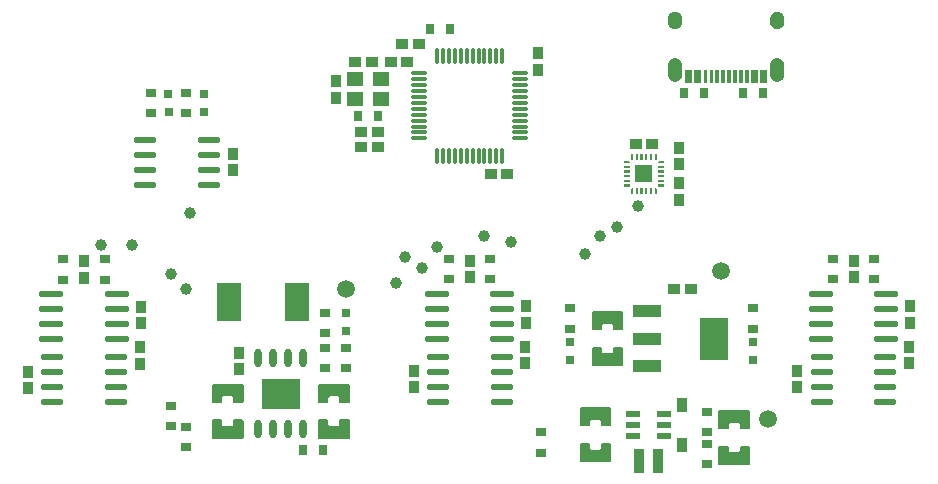
<source format=gbr>
%TF.GenerationSoftware,Altium Limited,Altium Designer,24.0.1 (36)*%
G04 Layer_Color=8421504*
%FSLAX45Y45*%
%MOMM*%
%TF.SameCoordinates,1D19F893-C717-4D0B-B0CE-957F46A24576*%
%TF.FilePolarity,Positive*%
%TF.FileFunction,Paste,Top*%
%TF.Part,Single*%
G01*
G75*
%TA.AperFunction,SMDPad,CuDef*%
%ADD10C,1.00000*%
%ADD11R,0.95000X1.10000*%
%ADD12R,1.10000X0.95000*%
%ADD13R,0.90000X0.70000*%
%ADD16O,2.04500X0.58801*%
%ADD17O,1.95021X0.56840*%
%ADD19R,0.80000X0.80000*%
%ADD31R,0.70000X0.90000*%
%ADD32O,1.50000X0.27000*%
%ADD33O,0.27000X1.50000*%
%ADD34R,1.40000X1.20000*%
%ADD35R,1.20000X0.60000*%
%ADD36R,0.85001X2.00000*%
%ADD37R,0.95001X1.20000*%
%ADD38R,2.47000X0.98001*%
%ADD39R,2.47000X3.59999*%
%ADD40C,1.50000*%
%ADD41O,0.60000X1.60000*%
%ADD42R,3.19999X2.50000*%
%ADD43R,2.15001X3.32001*%
G36*
X1858188Y998751D02*
X1861165Y998454D01*
X1864124Y998007D01*
X1867055Y997415D01*
X1869956Y996676D01*
X1872814Y995794D01*
X1875625Y994771D01*
X1878381Y993610D01*
X1881079Y992312D01*
X1883705Y990879D01*
X1886258Y989320D01*
X1888729Y987636D01*
X1891114Y985827D01*
X1893405Y983905D01*
X1895600Y981870D01*
X1897688Y979729D01*
X1899669Y977486D01*
X1901533Y975147D01*
X1903278Y972718D01*
X1904901Y970204D01*
X1906398Y967613D01*
X1907764Y964951D01*
X1908993Y962226D01*
X1910086Y959439D01*
X1911041Y956605D01*
X1911851Y953724D01*
X1912516Y950808D01*
X1913035Y947862D01*
X1913408Y944893D01*
X1913631Y941908D01*
X1913705Y938919D01*
Y908919D01*
X1913631Y905929D01*
X1913408Y902945D01*
X1913035Y899975D01*
X1912516Y897029D01*
X1911851Y894113D01*
X1911041Y891233D01*
X1910086Y888398D01*
X1908993Y885612D01*
X1907764Y882886D01*
X1906398Y880224D01*
X1904901Y877633D01*
X1903278Y875119D01*
X1901533Y872691D01*
X1899669Y870351D01*
X1897688Y868108D01*
X1895600Y865967D01*
X1893405Y863933D01*
X1891114Y862010D01*
X1888729Y860201D01*
X1886258Y858517D01*
X1883705Y856958D01*
X1881079Y855525D01*
X1878381Y854227D01*
X1875625Y853067D01*
X1872814Y852043D01*
X1869956Y851162D01*
X1867055Y850422D01*
X1864124Y849831D01*
X1861165Y849384D01*
X1858188Y849086D01*
X1855201Y848937D01*
X1852209D01*
X1849222Y849086D01*
X1846245Y849384D01*
X1843286Y849831D01*
X1840355Y850422D01*
X1837454Y851162D01*
X1834597Y852043D01*
X1831785Y853067D01*
X1829029Y854227D01*
X1826332Y855525D01*
X1823705Y856958D01*
X1821153Y858517D01*
X1818681Y860201D01*
X1816296Y862010D01*
X1814005Y863933D01*
X1811810Y865967D01*
X1809723Y868108D01*
X1807741Y870351D01*
X1805877Y872691D01*
X1804132Y875119D01*
X1802509Y877633D01*
X1801013Y880224D01*
X1799646Y882886D01*
X1798417Y885612D01*
X1797325Y888398D01*
X1796370Y891233D01*
X1795560Y894113D01*
X1794894Y897029D01*
X1794376Y899975D01*
X1794003Y902945D01*
X1793779Y905929D01*
X1793705Y908919D01*
Y938919D01*
X1793779Y941908D01*
X1794003Y944893D01*
X1794376Y947862D01*
X1794894Y950808D01*
X1795560Y953724D01*
X1796370Y956605D01*
X1797325Y959439D01*
X1798417Y962226D01*
X1799646Y964951D01*
X1801013Y967613D01*
X1802509Y970204D01*
X1804132Y972718D01*
X1805877Y975147D01*
X1807741Y977486D01*
X1809723Y979729D01*
X1811810Y981870D01*
X1814005Y983905D01*
X1816296Y985827D01*
X1818681Y987636D01*
X1821153Y989320D01*
X1823705Y990879D01*
X1826332Y992312D01*
X1829029Y993610D01*
X1831785Y994771D01*
X1834597Y995794D01*
X1837454Y996676D01*
X1840355Y997415D01*
X1843286Y998007D01*
X1846245Y998454D01*
X1849222Y998751D01*
X1852209Y998901D01*
X1855201D01*
X1858188Y998751D01*
D02*
G37*
G36*
X993191D02*
X996168Y998454D01*
X999127Y998007D01*
X1002058Y997415D01*
X1004959Y996676D01*
X1007817Y995794D01*
X1010628Y994771D01*
X1013384Y993610D01*
X1016082Y992312D01*
X1018708Y990879D01*
X1021261Y989320D01*
X1023732Y987636D01*
X1026117Y985827D01*
X1028408Y983905D01*
X1030603Y981870D01*
X1032691Y979729D01*
X1034672Y977486D01*
X1036536Y975147D01*
X1038281Y972718D01*
X1039904Y970204D01*
X1041401Y967613D01*
X1042767Y964951D01*
X1043996Y962226D01*
X1045089Y959439D01*
X1046044Y956605D01*
X1046854Y953724D01*
X1047519Y950808D01*
X1048038Y947862D01*
X1048411Y944893D01*
X1048634Y941908D01*
X1048708Y938919D01*
Y908919D01*
X1048634Y905929D01*
X1048411Y902945D01*
X1048038Y899975D01*
X1047519Y897029D01*
X1046854Y894113D01*
X1046044Y891233D01*
X1045089Y888398D01*
X1043996Y885612D01*
X1042767Y882886D01*
X1041401Y880224D01*
X1039904Y877633D01*
X1038281Y875119D01*
X1036536Y872691D01*
X1034672Y870351D01*
X1032691Y868108D01*
X1030603Y865967D01*
X1028408Y863933D01*
X1026117Y862010D01*
X1023732Y860201D01*
X1021261Y858517D01*
X1018708Y856958D01*
X1016082Y855525D01*
X1013384Y854227D01*
X1010628Y853067D01*
X1007817Y852043D01*
X1004959Y851162D01*
X1002058Y850422D01*
X999127Y849831D01*
X996168Y849384D01*
X993191Y849086D01*
X990204Y848937D01*
X987212D01*
X984225Y849086D01*
X981248Y849384D01*
X978289Y849831D01*
X975358Y850422D01*
X972457Y851162D01*
X969600Y852043D01*
X966788Y853067D01*
X964032Y854227D01*
X961335Y855525D01*
X958708Y856958D01*
X956156Y858517D01*
X953684Y860201D01*
X951299Y862010D01*
X949008Y863933D01*
X946813Y865967D01*
X944726Y868108D01*
X942744Y870351D01*
X940880Y872691D01*
X939135Y875119D01*
X937512Y877633D01*
X936016Y880224D01*
X934649Y882886D01*
X933420Y885612D01*
X932328Y888398D01*
X931373Y891233D01*
X930563Y894113D01*
X929897Y897029D01*
X929379Y899975D01*
X929006Y902945D01*
X928782Y905929D01*
X928708Y908919D01*
Y938919D01*
X928782Y941908D01*
X929006Y944893D01*
X929379Y947862D01*
X929897Y950808D01*
X930563Y953724D01*
X931373Y956605D01*
X932328Y959439D01*
X933420Y962226D01*
X934649Y964951D01*
X936016Y967613D01*
X937512Y970204D01*
X939135Y972718D01*
X940880Y975147D01*
X942744Y977486D01*
X944726Y979729D01*
X946813Y981870D01*
X949008Y983905D01*
X951299Y985827D01*
X953684Y987636D01*
X956156Y989320D01*
X958708Y990879D01*
X961335Y992312D01*
X964032Y993610D01*
X966788Y994771D01*
X969600Y995794D01*
X972457Y996676D01*
X975358Y997415D01*
X978289Y998007D01*
X981248Y998454D01*
X984225Y998751D01*
X987212Y998901D01*
X990204D01*
X993191Y998751D01*
D02*
G37*
G36*
X1858188Y603735D02*
X1861165Y603438D01*
X1864124Y602991D01*
X1867055Y602399D01*
X1869956Y601660D01*
X1872814Y600779D01*
X1875625Y599755D01*
X1878381Y598594D01*
X1881079Y597296D01*
X1883705Y595864D01*
X1886258Y594304D01*
X1888729Y592620D01*
X1891114Y590812D01*
X1893405Y588889D01*
X1895600Y586854D01*
X1897688Y584713D01*
X1899669Y582470D01*
X1901533Y580131D01*
X1903278Y577703D01*
X1904901Y575188D01*
X1906398Y572597D01*
X1907764Y569935D01*
X1908993Y567210D01*
X1910086Y564424D01*
X1911041Y561589D01*
X1911851Y558709D01*
X1912516Y555793D01*
X1913035Y552846D01*
X1913408Y549877D01*
X1913631Y546892D01*
X1913705Y543903D01*
Y463903D01*
X1913631Y460913D01*
X1913408Y457929D01*
X1913035Y454960D01*
X1912516Y452013D01*
X1911851Y449097D01*
X1911041Y446217D01*
X1910086Y443382D01*
X1908993Y440596D01*
X1907764Y437871D01*
X1906398Y435209D01*
X1904901Y432618D01*
X1903278Y430103D01*
X1901533Y427675D01*
X1899669Y425336D01*
X1897688Y423093D01*
X1895600Y420952D01*
X1893405Y418917D01*
X1891114Y416994D01*
X1888729Y415186D01*
X1886258Y413502D01*
X1883705Y411942D01*
X1881079Y410510D01*
X1878381Y409212D01*
X1875625Y408051D01*
X1872814Y407027D01*
X1869956Y406146D01*
X1867055Y405407D01*
X1864124Y404815D01*
X1861165Y404368D01*
X1858188Y404071D01*
X1855201Y403921D01*
X1852209D01*
X1849222Y404071D01*
X1846245Y404368D01*
X1843286Y404815D01*
X1840355Y405407D01*
X1837454Y406146D01*
X1834597Y407027D01*
X1831785Y408051D01*
X1829029Y409212D01*
X1826332Y410510D01*
X1823705Y411942D01*
X1821153Y413502D01*
X1818681Y415186D01*
X1816296Y416994D01*
X1814005Y418917D01*
X1811810Y420952D01*
X1809723Y423093D01*
X1807741Y425336D01*
X1805877Y427675D01*
X1804132Y430103D01*
X1802509Y432618D01*
X1801013Y435209D01*
X1799646Y437871D01*
X1798417Y440596D01*
X1797325Y443382D01*
X1796370Y446217D01*
X1795560Y449097D01*
X1794894Y452013D01*
X1794376Y454960D01*
X1794003Y457929D01*
X1793779Y460913D01*
X1793705Y463903D01*
Y543903D01*
X1793779Y546892D01*
X1794003Y549877D01*
X1794376Y552846D01*
X1794894Y555793D01*
X1795560Y558709D01*
X1796370Y561589D01*
X1797325Y564424D01*
X1798417Y567210D01*
X1799646Y569935D01*
X1801013Y572597D01*
X1802509Y575188D01*
X1804132Y577703D01*
X1805877Y580131D01*
X1807741Y582470D01*
X1809723Y584713D01*
X1811810Y586854D01*
X1814005Y588889D01*
X1816296Y590812D01*
X1818681Y592620D01*
X1821153Y594304D01*
X1823705Y595864D01*
X1826332Y597296D01*
X1829029Y598594D01*
X1831785Y599755D01*
X1834597Y600779D01*
X1837454Y601660D01*
X1840355Y602399D01*
X1843286Y602991D01*
X1846245Y603438D01*
X1849222Y603735D01*
X1852209Y603885D01*
X1855201D01*
X1858188Y603735D01*
D02*
G37*
G36*
X993191D02*
X996168Y603438D01*
X999127Y602991D01*
X1002058Y602399D01*
X1004959Y601660D01*
X1007817Y600779D01*
X1010628Y599755D01*
X1013384Y598594D01*
X1016082Y597296D01*
X1018708Y595864D01*
X1021261Y594304D01*
X1023732Y592620D01*
X1026117Y590812D01*
X1028408Y588889D01*
X1030603Y586854D01*
X1032691Y584713D01*
X1034672Y582470D01*
X1036536Y580131D01*
X1038281Y577703D01*
X1039904Y575188D01*
X1041401Y572597D01*
X1042767Y569935D01*
X1043996Y567210D01*
X1045089Y564424D01*
X1046044Y561589D01*
X1046854Y558709D01*
X1047519Y555793D01*
X1048038Y552846D01*
X1048411Y549877D01*
X1048634Y546892D01*
X1048708Y543903D01*
Y463903D01*
X1048634Y460913D01*
X1048411Y457929D01*
X1048038Y454960D01*
X1047519Y452013D01*
X1046854Y449097D01*
X1046044Y446217D01*
X1045089Y443382D01*
X1043996Y440596D01*
X1042767Y437871D01*
X1041401Y435209D01*
X1039904Y432618D01*
X1038281Y430103D01*
X1036536Y427675D01*
X1034672Y425336D01*
X1032691Y423093D01*
X1030603Y420952D01*
X1028408Y418917D01*
X1026117Y416994D01*
X1023732Y415186D01*
X1021261Y413502D01*
X1018708Y411942D01*
X1016082Y410510D01*
X1013384Y409212D01*
X1010628Y408051D01*
X1007817Y407027D01*
X1004959Y406146D01*
X1002058Y405407D01*
X999127Y404815D01*
X996168Y404368D01*
X993191Y404071D01*
X990204Y403921D01*
X987212D01*
X984225Y404071D01*
X981248Y404368D01*
X978289Y404815D01*
X975358Y405407D01*
X972457Y406146D01*
X969600Y407027D01*
X966788Y408051D01*
X964032Y409212D01*
X961335Y410510D01*
X958708Y411942D01*
X956156Y413502D01*
X953684Y415186D01*
X951299Y416994D01*
X949008Y418917D01*
X946813Y420952D01*
X944726Y423093D01*
X942744Y425336D01*
X940880Y427675D01*
X939135Y430103D01*
X937512Y432618D01*
X936016Y435209D01*
X934649Y437871D01*
X933420Y440596D01*
X932328Y443382D01*
X931373Y446217D01*
X930563Y449097D01*
X929897Y452013D01*
X929379Y454960D01*
X929006Y457929D01*
X928782Y460913D01*
X928708Y463903D01*
Y543903D01*
X928782Y546892D01*
X929006Y549877D01*
X929379Y552846D01*
X929897Y555793D01*
X930563Y558709D01*
X931373Y561589D01*
X932328Y564424D01*
X933420Y567210D01*
X934649Y569935D01*
X936016Y572597D01*
X937512Y575188D01*
X939135Y577703D01*
X940880Y580131D01*
X942744Y582470D01*
X944726Y584713D01*
X946813Y586854D01*
X949008Y588889D01*
X951299Y590812D01*
X953684Y592620D01*
X956156Y594304D01*
X958708Y595864D01*
X961335Y597296D01*
X964032Y598594D01*
X966788Y599755D01*
X969600Y600779D01*
X972457Y601660D01*
X975358Y602399D01*
X978289Y602991D01*
X981248Y603438D01*
X984225Y603735D01*
X987212Y603885D01*
X990204D01*
X993191Y603735D01*
D02*
G37*
G36*
X1771209Y393911D02*
X1711209D01*
Y503911D01*
X1771209D01*
Y393911D01*
D02*
G37*
G36*
X1691199D02*
X1631199D01*
Y503911D01*
X1691199D01*
Y393911D01*
D02*
G37*
G36*
X1611201D02*
X1581199D01*
Y503911D01*
X1611201D01*
Y393911D01*
D02*
G37*
G36*
X1561189D02*
X1531186D01*
Y503911D01*
X1561189D01*
Y393911D01*
D02*
G37*
G36*
X1511201D02*
X1481199D01*
Y503911D01*
X1511201D01*
Y393911D01*
D02*
G37*
G36*
X1461214D02*
X1431212D01*
Y503911D01*
X1461214D01*
Y393911D01*
D02*
G37*
G36*
X1411202D02*
X1381199D01*
Y503911D01*
X1411202D01*
Y393911D01*
D02*
G37*
G36*
X1361214D02*
X1331212D01*
Y503911D01*
X1361214D01*
Y393911D01*
D02*
G37*
G36*
X1311202D02*
X1281199D01*
Y503911D01*
X1311202D01*
Y393911D01*
D02*
G37*
G36*
X1261189D02*
X1231187D01*
Y503911D01*
X1261189D01*
Y393911D01*
D02*
G37*
G36*
X1211189D02*
X1151189D01*
Y503911D01*
X1211189D01*
Y393911D01*
D02*
G37*
G36*
X1131205D02*
X1071205D01*
Y503911D01*
X1131205D01*
Y393911D01*
D02*
G37*
G36*
X794995Y-257502D02*
X774995D01*
Y-207002D01*
X794995D01*
Y-257502D01*
D02*
G37*
G36*
X754990D02*
X734990D01*
Y-207002D01*
X754990D01*
Y-257502D01*
D02*
G37*
G36*
X715010D02*
X695010D01*
Y-207002D01*
X715010D01*
Y-257502D01*
D02*
G37*
G36*
X675005D02*
X655005D01*
Y-207002D01*
X675005D01*
Y-257502D01*
D02*
G37*
G36*
X635000D02*
X625000Y-257553D01*
X615000Y-247553D01*
Y-207002D01*
X635000D01*
Y-257502D01*
D02*
G37*
G36*
X835005Y-247558D02*
X825005Y-257563D01*
X815005Y-257510D01*
Y-207007D01*
X835005D01*
Y-247558D01*
D02*
G37*
G36*
X607553Y-275000D02*
X607502Y-285000D01*
X557002D01*
Y-265000D01*
X597553D01*
X607553Y-275000D01*
D02*
G37*
G36*
X892995Y-285005D02*
X842495D01*
X842442Y-275010D01*
X852444Y-265013D01*
X892995D01*
Y-285005D01*
D02*
G37*
G36*
X892998Y-325005D02*
X842498D01*
Y-305005D01*
X892998D01*
Y-325005D01*
D02*
G37*
G36*
X607502D02*
X557002D01*
Y-305005D01*
X607502D01*
Y-325005D01*
D02*
G37*
G36*
X892998Y-365010D02*
X842498D01*
Y-345010D01*
X892998D01*
Y-365010D01*
D02*
G37*
G36*
X607502D02*
X557002D01*
Y-345010D01*
X607502D01*
Y-365010D01*
D02*
G37*
G36*
X892998Y-404990D02*
X842498D01*
Y-384990D01*
X892998D01*
Y-404990D01*
D02*
G37*
G36*
X607502D02*
X557002D01*
Y-384990D01*
X607502D01*
Y-404990D01*
D02*
G37*
G36*
X892998Y-444995D02*
X842498D01*
Y-424995D01*
X892998D01*
Y-444995D01*
D02*
G37*
G36*
X607502D02*
X557002D01*
Y-424995D01*
X607502D01*
Y-444995D01*
D02*
G37*
G36*
X797009Y-447006D02*
X653009D01*
Y-303001D01*
X797009D01*
Y-447006D01*
D02*
G37*
G36*
X607553Y-475007D02*
X597553Y-485000D01*
X557002D01*
Y-465007D01*
X607502D01*
X607553Y-475007D01*
D02*
G37*
G36*
X893003Y-485007D02*
X852452D01*
X842455Y-475007D01*
X842503Y-465010D01*
X893003D01*
Y-485007D01*
D02*
G37*
G36*
X794995Y-542998D02*
X774995D01*
Y-492498D01*
X794995D01*
Y-542998D01*
D02*
G37*
G36*
X754990D02*
X734990D01*
Y-492498D01*
X754990D01*
Y-542998D01*
D02*
G37*
G36*
X715010D02*
X695010D01*
Y-492498D01*
X715010D01*
Y-542998D01*
D02*
G37*
G36*
X675005D02*
X655005D01*
Y-492498D01*
X675005D01*
Y-542998D01*
D02*
G37*
G36*
X835005Y-502452D02*
Y-543001D01*
X815005D01*
Y-492503D01*
X825005Y-492452D01*
X835005Y-502452D01*
D02*
G37*
G36*
X635013Y-492508D02*
Y-543011D01*
X615015D01*
Y-502460D01*
X625015Y-492450D01*
X635013Y-492508D01*
D02*
G37*
G36*
X551977Y-1546504D02*
Y-1690003D01*
X541977Y-1700003D01*
X472876D01*
X462876Y-1690003D01*
Y-1654413D01*
X452876Y-1644413D01*
X381076D01*
X371076Y-1654413D01*
Y-1690003D01*
X361076Y-1700003D01*
X291975D01*
X281975Y-1690003D01*
Y-1546504D01*
X291975Y-1536504D01*
X541977D01*
X551977Y-1546504D01*
D02*
G37*
G36*
Y-1850003D02*
Y-1993503D01*
X541977Y-2003503D01*
X291975D01*
X281975Y-1993503D01*
Y-1850003D01*
X291975Y-1840003D01*
X361076D01*
X371076Y-1850003D01*
Y-1885594D01*
X381076Y-1895594D01*
X452876D01*
X462876Y-1885594D01*
Y-1850003D01*
X472876Y-1840003D01*
X541977D01*
X551977Y-1850003D01*
D02*
G37*
G36*
X-1765001Y-2161499D02*
Y-2304999D01*
X-1775001Y-2314999D01*
X-1844102D01*
X-1854102Y-2304999D01*
Y-2269408D01*
X-1864102Y-2259408D01*
X-1935902D01*
X-1945902Y-2269408D01*
Y-2304999D01*
X-1955902Y-2314999D01*
X-2025003D01*
X-2035003Y-2304999D01*
Y-2161499D01*
X-2025003Y-2151499D01*
X-1775001D01*
X-1765001Y-2161499D01*
D02*
G37*
G36*
X-2665001Y-2161499D02*
Y-2304999D01*
X-2675001Y-2314999D01*
X-2744102D01*
X-2754102Y-2304999D01*
Y-2269409D01*
X-2764102Y-2259409D01*
X-2835902D01*
X-2845902Y-2269409D01*
Y-2304999D01*
X-2855902Y-2314999D01*
X-2925003D01*
X-2935003Y-2304999D01*
Y-2161499D01*
X-2925003Y-2151499D01*
X-2675001D01*
X-2665001Y-2161499D01*
D02*
G37*
G36*
X-1765001Y-2464999D02*
Y-2608498D01*
X-1775001Y-2618498D01*
X-2025003D01*
X-2035003Y-2608498D01*
Y-2464999D01*
X-2025003Y-2454999D01*
X-1955902D01*
X-1945902Y-2464999D01*
Y-2500589D01*
X-1935902Y-2510589D01*
X-1864102D01*
X-1854102Y-2500589D01*
Y-2464999D01*
X-1844102Y-2454999D01*
X-1775001D01*
X-1765001Y-2464999D01*
D02*
G37*
G36*
X-2665001Y-2464999D02*
Y-2608499D01*
X-2675001Y-2618499D01*
X-2925003D01*
X-2935003Y-2608499D01*
Y-2464999D01*
X-2925003Y-2454999D01*
X-2855902D01*
X-2845902Y-2464999D01*
Y-2500589D01*
X-2835902Y-2510589D01*
X-2764102D01*
X-2754102Y-2500589D01*
Y-2464999D01*
X-2744102Y-2454999D01*
X-2675001D01*
X-2665001Y-2464999D01*
D02*
G37*
G36*
X449994Y-2359996D02*
Y-2503496D01*
X439994Y-2513496D01*
X370893D01*
X360893Y-2503496D01*
Y-2467905D01*
X350893Y-2457905D01*
X279093D01*
X269093Y-2467905D01*
Y-2503496D01*
X259093Y-2513496D01*
X189992D01*
X179992Y-2503496D01*
Y-2359996D01*
X189992Y-2349996D01*
X439994D01*
X449994Y-2359996D01*
D02*
G37*
G36*
X1624994Y-2384996D02*
Y-2528496D01*
X1614994Y-2538496D01*
X1545894D01*
X1535894Y-2528496D01*
Y-2492905D01*
X1525894Y-2482905D01*
X1454093D01*
X1444093Y-2492905D01*
Y-2528496D01*
X1434093Y-2538496D01*
X1364992D01*
X1354992Y-2528496D01*
Y-2384996D01*
X1364992Y-2374996D01*
X1614994D01*
X1624994Y-2384996D01*
D02*
G37*
G36*
X449994Y-2663496D02*
Y-2806995D01*
X439994Y-2816995D01*
X189992D01*
X179992Y-2806995D01*
Y-2663496D01*
X189992Y-2653496D01*
X259093D01*
X269093Y-2663496D01*
Y-2699086D01*
X279093Y-2709086D01*
X350893D01*
X360893Y-2699086D01*
Y-2663496D01*
X370893Y-2653496D01*
X439994D01*
X449994Y-2663496D01*
D02*
G37*
G36*
X1624994Y-2688496D02*
Y-2831995D01*
X1614994Y-2841995D01*
X1364992D01*
X1354992Y-2831995D01*
Y-2688496D01*
X1364992Y-2678496D01*
X1434093D01*
X1444093Y-2688496D01*
Y-2724086D01*
X1454093Y-2734086D01*
X1525894D01*
X1535894Y-2724086D01*
Y-2688496D01*
X1545894Y-2678496D01*
X1614994D01*
X1624994Y-2688496D01*
D02*
G37*
D10*
X-3608750Y-978750D02*
D03*
X-1300000Y-1075000D02*
D03*
X225000Y-1050000D02*
D03*
X675000Y-650000D02*
D03*
X500000Y-825000D02*
D03*
X350000Y-900000D02*
D03*
X-400000Y-950000D02*
D03*
X-625000Y-900000D02*
D03*
X-1024998Y-995002D02*
D03*
X-1150000Y-1175000D02*
D03*
X-1375000Y-1300000D02*
D03*
X-3150000Y-1350000D02*
D03*
X-3275000Y-1225000D02*
D03*
X-3875000Y-975000D02*
D03*
X-3116443Y-710000D02*
D03*
D11*
X-2749999Y-344999D02*
D03*
Y-204999D02*
D03*
X1025000Y-155000D02*
D03*
Y-295000D02*
D03*
X2500000Y-1250000D02*
D03*
Y-1110000D02*
D03*
X2979490Y-1634500D02*
D03*
Y-1494500D02*
D03*
X2970000Y-1980000D02*
D03*
Y-1840000D02*
D03*
X2025000Y-2043724D02*
D03*
Y-2183724D02*
D03*
X-270510Y-1634500D02*
D03*
Y-1494500D02*
D03*
X-280000Y-1840000D02*
D03*
Y-1980000D02*
D03*
X1025000Y-455000D02*
D03*
Y-595000D02*
D03*
X-1225000Y-2183724D02*
D03*
Y-2043724D02*
D03*
X-750000Y-1110000D02*
D03*
Y-1250000D02*
D03*
X-174999Y645002D02*
D03*
Y504997D02*
D03*
X-1885004Y409999D02*
D03*
Y270000D02*
D03*
X-4015000Y-1115000D02*
D03*
Y-1255000D02*
D03*
X-3535510Y-1639500D02*
D03*
Y-1499500D02*
D03*
X-3545000Y-1845000D02*
D03*
Y-1985000D02*
D03*
X-4490000Y-2188724D02*
D03*
Y-2048724D02*
D03*
X-2700002Y-1889999D02*
D03*
Y-2029999D02*
D03*
D12*
X655000Y-125000D02*
D03*
X795000D02*
D03*
X-429999Y-374999D02*
D03*
X-569999D02*
D03*
X-1420001Y575001D02*
D03*
X-1280001D02*
D03*
X-1720002Y574999D02*
D03*
X-1580002D02*
D03*
X-1669998Y-150002D02*
D03*
X-1529998D02*
D03*
X-1670001Y-25001D02*
D03*
X-1530002D02*
D03*
X-1179998Y724999D02*
D03*
X-1319998D02*
D03*
X981986Y-1352148D02*
D03*
X1121985D02*
D03*
D13*
X-150000Y-2734999D02*
D03*
Y-2565002D02*
D03*
X2325000Y-1095000D02*
D03*
Y-1265000D02*
D03*
X2675000Y-1265000D02*
D03*
Y-1095000D02*
D03*
X1650001Y-1684999D02*
D03*
Y-1515002D02*
D03*
X-575000Y-1095000D02*
D03*
Y-1265000D02*
D03*
X-925000Y-1265000D02*
D03*
Y-1095000D02*
D03*
X-3149998Y309999D02*
D03*
Y140001D02*
D03*
X-3449999Y309999D02*
D03*
Y140001D02*
D03*
X-4190000Y-1270000D02*
D03*
Y-1100000D02*
D03*
X-3150002Y-2684997D02*
D03*
Y-2515000D02*
D03*
X-3275002Y-2340002D02*
D03*
Y-2509999D02*
D03*
X-3840000Y-1100000D02*
D03*
Y-1270000D02*
D03*
X1260000Y-2834999D02*
D03*
Y-2665002D02*
D03*
Y-2395003D02*
D03*
Y-2565000D02*
D03*
X-1975005Y-1849999D02*
D03*
Y-2019996D02*
D03*
X-1975000Y-1719997D02*
D03*
Y-1550000D02*
D03*
X100002Y-1515000D02*
D03*
X-1800000Y-2019997D02*
D03*
X100002Y-1684997D02*
D03*
X-1800000Y-1850000D02*
D03*
D16*
X2777241Y-1770500D02*
D03*
Y-1643500D02*
D03*
Y-1516500D02*
D03*
Y-1389500D02*
D03*
X2222759Y-1770500D02*
D03*
Y-1643500D02*
D03*
Y-1516500D02*
D03*
Y-1389500D02*
D03*
X-1027241D02*
D03*
Y-1516500D02*
D03*
Y-1643500D02*
D03*
Y-1770500D02*
D03*
X-472759Y-1389500D02*
D03*
Y-1516500D02*
D03*
Y-1643500D02*
D03*
Y-1770500D02*
D03*
X-4292241Y-1394500D02*
D03*
Y-1521500D02*
D03*
Y-1648500D02*
D03*
Y-1775500D02*
D03*
X-3737759Y-1394500D02*
D03*
Y-1521500D02*
D03*
Y-1648500D02*
D03*
Y-1775500D02*
D03*
D17*
X2770510Y-2304224D02*
D03*
Y-2177224D02*
D03*
Y-2050224D02*
D03*
Y-1923224D02*
D03*
X2229490Y-2304224D02*
D03*
Y-2177224D02*
D03*
Y-2050224D02*
D03*
Y-1923224D02*
D03*
X-1020510D02*
D03*
Y-2050224D02*
D03*
Y-2177224D02*
D03*
Y-2304224D02*
D03*
X-479490Y-1923224D02*
D03*
Y-2050224D02*
D03*
Y-2177224D02*
D03*
Y-2304224D02*
D03*
X-2954490Y-338501D02*
D03*
X-3495510Y-84501D02*
D03*
Y-211501D02*
D03*
Y-338501D02*
D03*
Y-465501D02*
D03*
X-2954490Y-211501D02*
D03*
Y-465501D02*
D03*
Y-84501D02*
D03*
X-4285510Y-1928225D02*
D03*
Y-2055225D02*
D03*
Y-2182225D02*
D03*
Y-2309225D02*
D03*
X-3744490Y-1928225D02*
D03*
Y-2055225D02*
D03*
Y-2182225D02*
D03*
Y-2309225D02*
D03*
D19*
X1649645Y-1795056D02*
D03*
X1650357Y-1954949D02*
D03*
X-3000345Y304944D02*
D03*
X-2999659Y145051D02*
D03*
X-3299655Y145041D02*
D03*
X-3300341Y304959D02*
D03*
X-1799289Y-1709893D02*
D03*
X-1800000Y-1550000D02*
D03*
X99644Y-1795052D02*
D03*
X100355Y-1954945D02*
D03*
D31*
X-1084999Y850001D02*
D03*
X-915002D02*
D03*
X-1695006Y114999D02*
D03*
X-1525004D02*
D03*
X1235002Y310001D02*
D03*
X1065000D02*
D03*
X-2160004Y-2709998D02*
D03*
X-1990001D02*
D03*
X1735001Y310001D02*
D03*
X1564999D02*
D03*
D32*
X-1174985Y475011D02*
D03*
Y424999D02*
D03*
Y375011D02*
D03*
Y324999D02*
D03*
Y275012D02*
D03*
Y224999D02*
D03*
Y175012D02*
D03*
Y124999D02*
D03*
Y75012D02*
D03*
Y24999D02*
D03*
Y-24988D02*
D03*
Y-75000D02*
D03*
X-325000D02*
D03*
Y-24988D02*
D03*
Y24999D02*
D03*
Y75012D02*
D03*
Y124999D02*
D03*
Y175012D02*
D03*
Y224999D02*
D03*
Y275012D02*
D03*
Y324999D02*
D03*
Y375011D02*
D03*
Y424999D02*
D03*
Y475011D02*
D03*
D33*
X-1024998Y-224987D02*
D03*
X-974986D02*
D03*
X-924999D02*
D03*
X-874986D02*
D03*
X-824999D02*
D03*
X-774986D02*
D03*
X-724999D02*
D03*
X-674986D02*
D03*
X-624999D02*
D03*
X-574987D02*
D03*
X-524999D02*
D03*
X-474987D02*
D03*
Y624998D02*
D03*
X-524999D02*
D03*
X-574987D02*
D03*
X-624999D02*
D03*
X-674986D02*
D03*
X-724999D02*
D03*
X-774986D02*
D03*
X-824999D02*
D03*
X-874986D02*
D03*
X-924999D02*
D03*
X-974986D02*
D03*
X-1024998D02*
D03*
D34*
X-1500000Y254998D02*
D03*
X-1720015Y425000D02*
D03*
Y254998D02*
D03*
X-1500000Y425000D02*
D03*
D35*
X894991Y-2503495D02*
D03*
Y-2598491D02*
D03*
Y-2408499D02*
D03*
X634992D02*
D03*
Y-2503495D02*
D03*
Y-2598491D02*
D03*
D36*
X847986Y-2803500D02*
D03*
X681997D02*
D03*
D37*
X1049999Y-2330000D02*
D03*
Y-2670005D02*
D03*
D38*
X750000Y-1770003D02*
D03*
Y-1540006D02*
D03*
Y-2000000D02*
D03*
D39*
X1316979Y-1770003D02*
D03*
D40*
X1375000Y-1200000D02*
D03*
X1775000Y-2450000D02*
D03*
X-1800000Y-1351030D02*
D03*
D41*
X-2540567Y-1935018D02*
D03*
X-2413567D02*
D03*
X-2286567D02*
D03*
X-2159567D02*
D03*
X-2413567Y-2535017D02*
D03*
X-2286567D02*
D03*
X-2159567D02*
D03*
X-2540567D02*
D03*
D42*
X-2350067Y-2235018D02*
D03*
D43*
X-2208716Y-1459998D02*
D03*
X-2791290D02*
D03*
%TF.MD5,a954c2033faff2ab21062515b802e399*%
M02*

</source>
